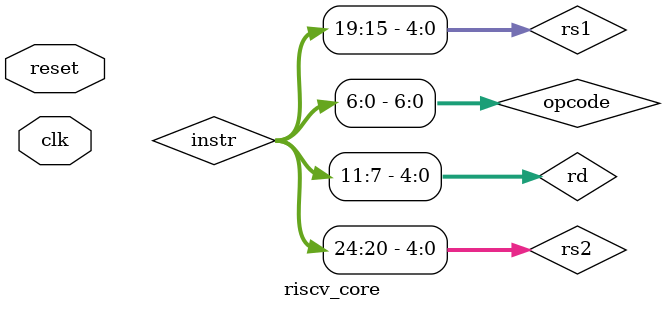
<source format=v>
`timescale 1ns / 100ps

module riscv_core(
    input clk, reset
    );
    //fetch wires
    wire [31:0] pc_out, pc_next, instr;
    //Decode wires
    wire [6:0] opcode = instr[6:0];
    wire [4:0] rs1 = instr[19:15];
    wire [4:0] rs2 = instr[24:20];
    wire [4:0] rd = instr[11:7];
    wire [2:0] funct3 = instr[14:12];
    wire [6:0] funct7 = instr[32:25];
    //control wires
    wire Branch, MemRead, MemtoReg, MemWrite, ALUSrc, RegWrite;
    wire[1:0] ALUOp;
    //Imm, ALU,DATA_mem wires
    wire [31:0] imm;
    wire [31:0] reg_rs1, reg_rs2, alu_b, alu_result, mem_read_data, write_back_data;
    wire [3:0] alu_ctrl;
    wire zero;
    pc u_pc(.clk(clk), .reset(reset), .pc_out(pc_out), .pc_next(pc_next));
    imem u_imem(.addr(pc_out), .instr(instr));
    control u_control(.opcode(opcode),
                      .Branch(Branch),
                      .MemRead(MemRead),
                      .MemtoReg(MemtoReg),
                      .ALUOp(ALUOp),
                      .MemWrite(MemWrite),
                      .ALUSrc(ALUSrc),
                      .RegWrite(RegWrite));
    imm_gen u_imm(.instr(instr), .imm(imm));
    regfile u_regfile(.clk(clk), .we(RegWrite), .rs1(rs1), .rs2(rs2), .rd(rd),
                      .wd(write_back_data), .rd1(reg_rs1), .rd2(reg_rs2));
    alu_ctrl u_aluctrl(.ALUOp(ALUOp), .funct7(funct7), .funct3(funct3), .alu_ctrl(alu_ctrl));
    
    assign alu_b = (ALUSrc) ? imm : reg_rs2; //ALU source mux
    
    alu u_alu(.a(reg_rs1), .b(alu_b), .alu_ctrl(alu_ctrl), .result(alu_result), .zero(zero));   //EX
    data_mem u_dmem(.clk(clk), .MemRead(MemRead), .MemWrite(MemWrite), .addr(alu_result),
                    .write_data(reg_rs2), .read_data(mem_read_data));            // MEM
    //WB
    assign write_back_data = (MemtoReg) ? mem_read_data : alu_result;
    
    //Branching
    wire [31:0] pc_plus = pc_out + 32'd4;
    wire [31:0] pc_branch = pc_out + imm;
    assign pc_next = (Branch & zero) ? pc_branch : pc_plus; 
endmodule


</source>
